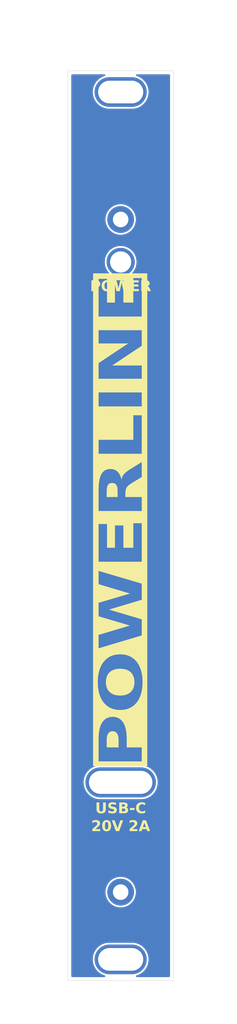
<source format=kicad_pcb>
(kicad_pcb (version 20240108) (generator "pcbnew") (generator_version "8.0")
  (title_block (title "Powerline-USB-C-Frontpanel") (date "2024-08-26") (rev "0.1"))
  (layers (0 "F.Cu" signal) (31 "B.Cu" signal) (34 "B.Paste" user) (35 "F.Paste" user) (36 "B.SilkS" user "B.Silkscreen") (37 "F.SilkS" user "F.Silkscreen") (38 "B.Mask" user) (39 "F.Mask" user) (44 "Edge.Cuts" user))
  (net 0 "")
  (footprint "Powerline-USB-C-Frontpanel:Mounting Hole" (layer "F.Cu") (at 80 154.5)
    (property "Reference" "H2" (hide yes))
    (property "Value" "Panel Mountinghole" (hide yes))
    (pad "1" thru_hole oval (at 0 0 90) (size 4.2 7.4) (drill oval 3.2 6.4) (layers "*.Cu" "*.Mask"))
  )
  (footprint "Powerline-USB-C-Frontpanel:Mounting Hole" (layer "F.Cu") (at 80 32)
    (property "Reference" "H1" (hide yes))
    (property "Value" "Panel Mountinghole" (hide yes))
    (pad "1" thru_hole oval (at 0 0 90) (size 4.2 7.4) (drill oval 3.2 6.4) (layers "*.Cu" "*.Mask"))
  )
  (footprint "Powerline-USB-C-Frontpanel:LED-Cutout" (layer "F.Cu") (at 80 56)
    (property "Reference" "H5" (hide yes))
    (property "Value" "LED Cutout")
    (pad "1" thru_hole circle (at 0 0 90) (size 4 4) (drill 3) (layers "*.Cu" "*.Mask"))
  )
  (footprint "MountingHole:MountingHole_2.2mm_M2_DIN965_Pad" (layer "F.Cu") (at 80 145)
    (property "Reference" "H4" (hide yes))
    (property "Value" "PCB Mountinghole")
    (pad "1" thru_hole circle (at 0 0) (size 3.8 3.8) (drill 2.2) (layers "*.Cu" "*.Mask"))
  )
  (footprint "MountingHole:MountingHole_2.2mm_M2_DIN965_Pad" (layer "F.Cu") (at 80 50)
    (property "Reference" "H3" (hide yes))
    (property "Value" "PCB Mountinghole")
    (pad "1" thru_hole circle (at 0 0) (size 3.8 3.8) (drill 2.2) (layers "*.Cu" "*.Mask"))
  )
  (footprint "Powerline-USB-C-Frontpanel:USB-C-Cutout" (layer "F.Cu") (at 80 129.25)
    (property "Reference" "H6" (hide yes))
    (property "Value" "USB-C Cutout")
    (pad "1" thru_hole oval (at 0 0.25 90) (size 4.25 10) (drill oval 3.25 9) (layers "*.Cu" "*.Mask"))
  )
  (gr_rect (start 72.5 29) (end 87.5 157.5) (stroke (width 0.05)) (fill none) (layer "Edge.Cuts"))
  (gr_text "POWERLINE" (at 80.5 92.5 90) (layer "F.SilkS" knockout) (effects (font (size 6 7.5) (thickness 0.3) (bold yes) (italic yes))))
  (gr_text "USB-C\n20V 2A" (at 80 134.5 0) (layer "F.SilkS") (effects (font (size 1.5 1.5) (thickness 0.3) (bold yes))))
  (gr_text "POWER" (at 80 59.5 0) (layer "F.SilkS") (effects (font (size 1.5 1.5) (thickness 0.3) (bold yes))))
  (zone (net 0) (net_name "") (layers "F&B.Cu") (name "Fill") (connect_pads (clearance 0.25)) (min_thickness 0.25) (fill yes (thermal_gap 0.5) (thermal_bridge_width 0.5) (island_removal_mode 1) (island_area_min 10))
    (polygon (pts (xy 90 159.5) (xy 90 26.5) (xy 70 26.5) (xy 70 159.5)))
  )
)
</source>
